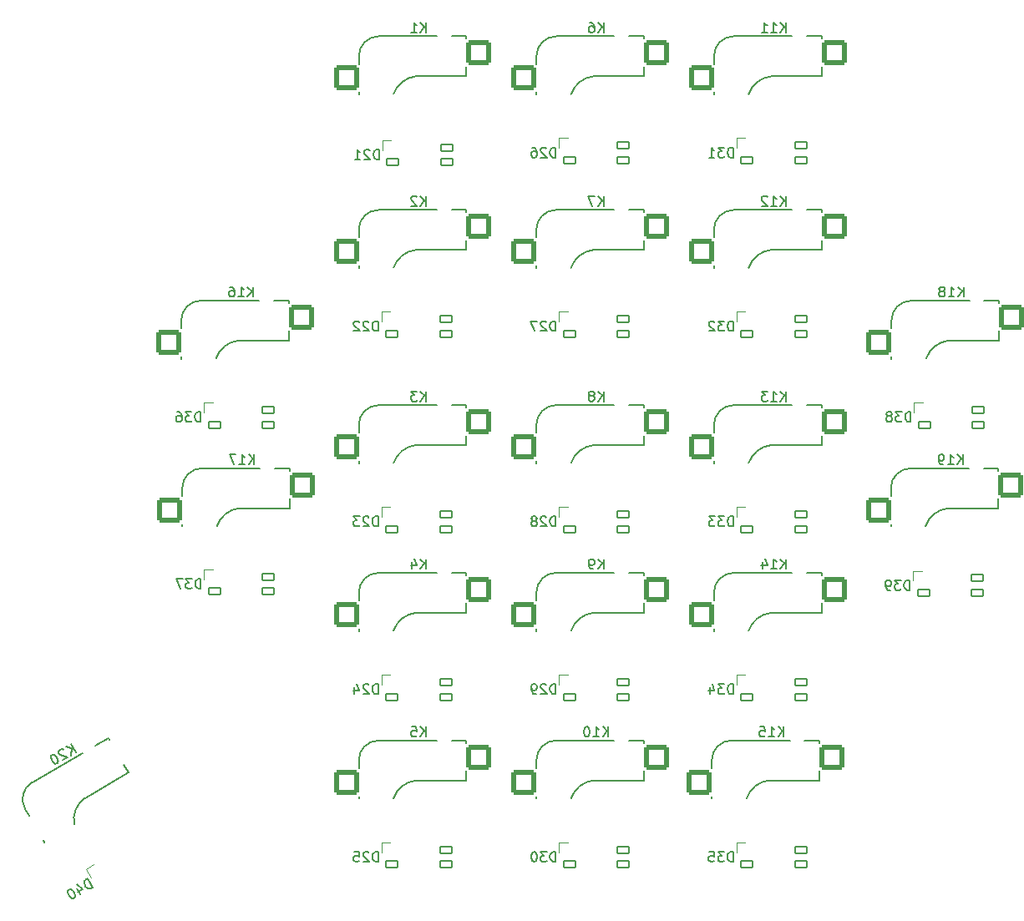
<source format=gbo>
%TF.GenerationSoftware,KiCad,Pcbnew,(6.0.5)*%
%TF.CreationDate,2022-06-01T16:59:18+01:00*%
%TF.ProjectId,Project Fauxbow,50726f6a-6563-4742-9046-617578626f77,rev?*%
%TF.SameCoordinates,Original*%
%TF.FileFunction,Legend,Bot*%
%TF.FilePolarity,Positive*%
%FSLAX46Y46*%
G04 Gerber Fmt 4.6, Leading zero omitted, Abs format (unit mm)*
G04 Created by KiCad (PCBNEW (6.0.5)) date 2022-06-01 16:59:18*
%MOMM*%
%LPD*%
G01*
G04 APERTURE LIST*
G04 Aperture macros list*
%AMRoundRect*
0 Rectangle with rounded corners*
0 $1 Rounding radius*
0 $2 $3 $4 $5 $6 $7 $8 $9 X,Y pos of 4 corners*
0 Add a 4 corners polygon primitive as box body*
4,1,4,$2,$3,$4,$5,$6,$7,$8,$9,$2,$3,0*
0 Add four circle primitives for the rounded corners*
1,1,$1+$1,$2,$3*
1,1,$1+$1,$4,$5*
1,1,$1+$1,$6,$7*
1,1,$1+$1,$8,$9*
0 Add four rect primitives between the rounded corners*
20,1,$1+$1,$2,$3,$4,$5,0*
20,1,$1+$1,$4,$5,$6,$7,0*
20,1,$1+$1,$6,$7,$8,$9,0*
20,1,$1+$1,$8,$9,$2,$3,0*%
%AMFreePoly0*
4,1,18,-0.410000,0.593000,-0.403758,0.624380,-0.385983,0.650983,-0.359380,0.668758,-0.328000,0.675000,0.328000,0.675000,0.359380,0.668758,0.385983,0.650983,0.403758,0.624380,0.410000,0.593000,0.410000,-0.593000,0.403758,-0.624380,0.385983,-0.650983,0.359380,-0.668758,0.328000,-0.675000,0.000000,-0.675000,-0.410000,-0.265000,-0.410000,0.593000,-0.410000,0.593000,$1*%
G04 Aperture macros list end*
%ADD10C,0.150000*%
%ADD11C,0.120000*%
%ADD12C,4.500000*%
%ADD13C,0.600000*%
%ADD14O,0.900000X1.700000*%
%ADD15O,0.900000X2.000000*%
%ADD16C,3.048000*%
%ADD17C,3.987800*%
%ADD18R,1.600000X1.600000*%
%ADD19C,1.600000*%
%ADD20C,3.000000*%
%ADD21C,2.100000*%
%ADD22C,1.200000*%
%ADD23C,1.750000*%
%ADD24RoundRect,0.082000X-0.593000X0.328000X-0.593000X-0.328000X0.593000X-0.328000X0.593000X0.328000X0*%
%ADD25FreePoly0,270.000000*%
%ADD26C,3.300000*%
%ADD27RoundRect,0.250000X1.025000X1.000000X-1.025000X1.000000X-1.025000X-1.000000X1.025000X-1.000000X0*%
%ADD28RoundRect,0.250000X0.387676X1.378525X-1.387676X0.353525X-0.387676X-1.378525X1.387676X-0.353525X0*%
%ADD29RoundRect,0.082000X-0.677553X-0.012444X-0.349553X-0.580556X0.677553X0.012444X0.349553X0.580556X0*%
%ADD30FreePoly0,300.000000*%
G04 APERTURE END LIST*
D10*
X187264404Y-76432380D02*
X187264404Y-75432380D01*
X187026309Y-75432380D01*
X186883452Y-75480000D01*
X186788214Y-75575238D01*
X186740595Y-75670476D01*
X186692976Y-75860952D01*
X186692976Y-76003809D01*
X186740595Y-76194285D01*
X186788214Y-76289523D01*
X186883452Y-76384761D01*
X187026309Y-76432380D01*
X187264404Y-76432380D01*
X186312023Y-75527619D02*
X186264404Y-75480000D01*
X186169166Y-75432380D01*
X185931071Y-75432380D01*
X185835833Y-75480000D01*
X185788214Y-75527619D01*
X185740595Y-75622857D01*
X185740595Y-75718095D01*
X185788214Y-75860952D01*
X186359642Y-76432380D01*
X185740595Y-76432380D01*
X184788214Y-76432380D02*
X185359642Y-76432380D01*
X185073928Y-76432380D02*
X185073928Y-75432380D01*
X185169166Y-75575238D01*
X185264404Y-75670476D01*
X185359642Y-75718095D01*
X169164404Y-103032380D02*
X169164404Y-102032380D01*
X168926309Y-102032380D01*
X168783452Y-102080000D01*
X168688214Y-102175238D01*
X168640595Y-102270476D01*
X168592976Y-102460952D01*
X168592976Y-102603809D01*
X168640595Y-102794285D01*
X168688214Y-102889523D01*
X168783452Y-102984761D01*
X168926309Y-103032380D01*
X169164404Y-103032380D01*
X168259642Y-102032380D02*
X167640595Y-102032380D01*
X167973928Y-102413333D01*
X167831071Y-102413333D01*
X167735833Y-102460952D01*
X167688214Y-102508571D01*
X167640595Y-102603809D01*
X167640595Y-102841904D01*
X167688214Y-102937142D01*
X167735833Y-102984761D01*
X167831071Y-103032380D01*
X168116785Y-103032380D01*
X168212023Y-102984761D01*
X168259642Y-102937142D01*
X166783452Y-102032380D02*
X166973928Y-102032380D01*
X167069166Y-102080000D01*
X167116785Y-102127619D01*
X167212023Y-102270476D01*
X167259642Y-102460952D01*
X167259642Y-102841904D01*
X167212023Y-102937142D01*
X167164404Y-102984761D01*
X167069166Y-103032380D01*
X166878690Y-103032380D01*
X166783452Y-102984761D01*
X166735833Y-102937142D01*
X166688214Y-102841904D01*
X166688214Y-102603809D01*
X166735833Y-102508571D01*
X166783452Y-102460952D01*
X166878690Y-102413333D01*
X167069166Y-102413333D01*
X167164404Y-102460952D01*
X167212023Y-102508571D01*
X167259642Y-102603809D01*
X192038095Y-100952380D02*
X192038095Y-99952380D01*
X191466666Y-100952380D02*
X191895238Y-100380952D01*
X191466666Y-99952380D02*
X192038095Y-100523809D01*
X191133333Y-99952380D02*
X190514285Y-99952380D01*
X190847619Y-100333333D01*
X190704761Y-100333333D01*
X190609523Y-100380952D01*
X190561904Y-100428571D01*
X190514285Y-100523809D01*
X190514285Y-100761904D01*
X190561904Y-100857142D01*
X190609523Y-100904761D01*
X190704761Y-100952380D01*
X190990476Y-100952380D01*
X191085714Y-100904761D01*
X191133333Y-100857142D01*
X192038095Y-81152380D02*
X192038095Y-80152380D01*
X191466666Y-81152380D02*
X191895238Y-80580952D01*
X191466666Y-80152380D02*
X192038095Y-80723809D01*
X191085714Y-80247619D02*
X191038095Y-80200000D01*
X190942857Y-80152380D01*
X190704761Y-80152380D01*
X190609523Y-80200000D01*
X190561904Y-80247619D01*
X190514285Y-80342857D01*
X190514285Y-80438095D01*
X190561904Y-80580952D01*
X191133333Y-81152380D01*
X190514285Y-81152380D01*
X228299285Y-134952380D02*
X228299285Y-133952380D01*
X227727857Y-134952380D02*
X228156428Y-134380952D01*
X227727857Y-133952380D02*
X228299285Y-134523809D01*
X226775476Y-134952380D02*
X227346904Y-134952380D01*
X227061190Y-134952380D02*
X227061190Y-133952380D01*
X227156428Y-134095238D01*
X227251666Y-134190476D01*
X227346904Y-134238095D01*
X225870714Y-133952380D02*
X226346904Y-133952380D01*
X226394523Y-134428571D01*
X226346904Y-134380952D01*
X226251666Y-134333333D01*
X226013571Y-134333333D01*
X225918333Y-134380952D01*
X225870714Y-134428571D01*
X225823095Y-134523809D01*
X225823095Y-134761904D01*
X225870714Y-134857142D01*
X225918333Y-134904761D01*
X226013571Y-134952380D01*
X226251666Y-134952380D01*
X226346904Y-134904761D01*
X226394523Y-134857142D01*
X246514285Y-90352380D02*
X246514285Y-89352380D01*
X245942857Y-90352380D02*
X246371428Y-89780952D01*
X245942857Y-89352380D02*
X246514285Y-89923809D01*
X244990476Y-90352380D02*
X245561904Y-90352380D01*
X245276190Y-90352380D02*
X245276190Y-89352380D01*
X245371428Y-89495238D01*
X245466666Y-89590476D01*
X245561904Y-89638095D01*
X244419047Y-89780952D02*
X244514285Y-89733333D01*
X244561904Y-89685714D01*
X244609523Y-89590476D01*
X244609523Y-89542857D01*
X244561904Y-89447619D01*
X244514285Y-89400000D01*
X244419047Y-89352380D01*
X244228571Y-89352380D01*
X244133333Y-89400000D01*
X244085714Y-89447619D01*
X244038095Y-89542857D01*
X244038095Y-89590476D01*
X244085714Y-89685714D01*
X244133333Y-89733333D01*
X244228571Y-89780952D01*
X244419047Y-89780952D01*
X244514285Y-89828571D01*
X244561904Y-89876190D01*
X244609523Y-89971428D01*
X244609523Y-90161904D01*
X244561904Y-90257142D01*
X244514285Y-90304761D01*
X244419047Y-90352380D01*
X244228571Y-90352380D01*
X244133333Y-90304761D01*
X244085714Y-90257142D01*
X244038095Y-90161904D01*
X244038095Y-89971428D01*
X244085714Y-89876190D01*
X244133333Y-89828571D01*
X244228571Y-89780952D01*
X205164404Y-76232380D02*
X205164404Y-75232380D01*
X204926309Y-75232380D01*
X204783452Y-75280000D01*
X204688214Y-75375238D01*
X204640595Y-75470476D01*
X204592976Y-75660952D01*
X204592976Y-75803809D01*
X204640595Y-75994285D01*
X204688214Y-76089523D01*
X204783452Y-76184761D01*
X204926309Y-76232380D01*
X205164404Y-76232380D01*
X204212023Y-75327619D02*
X204164404Y-75280000D01*
X204069166Y-75232380D01*
X203831071Y-75232380D01*
X203735833Y-75280000D01*
X203688214Y-75327619D01*
X203640595Y-75422857D01*
X203640595Y-75518095D01*
X203688214Y-75660952D01*
X204259642Y-76232380D01*
X203640595Y-76232380D01*
X202783452Y-75232380D02*
X202973928Y-75232380D01*
X203069166Y-75280000D01*
X203116785Y-75327619D01*
X203212023Y-75470476D01*
X203259642Y-75660952D01*
X203259642Y-76041904D01*
X203212023Y-76137142D01*
X203164404Y-76184761D01*
X203069166Y-76232380D01*
X202878690Y-76232380D01*
X202783452Y-76184761D01*
X202735833Y-76137142D01*
X202688214Y-76041904D01*
X202688214Y-75803809D01*
X202735833Y-75708571D01*
X202783452Y-75660952D01*
X202878690Y-75613333D01*
X203069166Y-75613333D01*
X203164404Y-75660952D01*
X203212023Y-75708571D01*
X203259642Y-75803809D01*
X156512840Y-136574277D02*
X156012840Y-135708252D01*
X156017969Y-136859991D02*
X156103408Y-136150834D01*
X155517969Y-135993966D02*
X156298555Y-136203123D01*
X155235673Y-136266921D02*
X155170624Y-136249491D01*
X155064336Y-136255871D01*
X154858140Y-136374918D01*
X154799471Y-136463777D01*
X154782041Y-136528825D01*
X154788421Y-136635114D01*
X154836040Y-136717592D01*
X154948708Y-136817501D01*
X155729293Y-137026658D01*
X155193182Y-137336182D01*
X154157072Y-136779680D02*
X154074593Y-136827299D01*
X154015924Y-136916158D01*
X153998494Y-136981206D01*
X154004874Y-137087495D01*
X154058873Y-137276261D01*
X154177920Y-137482458D01*
X154314398Y-137623606D01*
X154403256Y-137682275D01*
X154468305Y-137699704D01*
X154574593Y-137693325D01*
X154657072Y-137645706D01*
X154715741Y-137556847D01*
X154733170Y-137491798D01*
X154726791Y-137385510D01*
X154672792Y-137196744D01*
X154553744Y-136990547D01*
X154417267Y-136849399D01*
X154328408Y-136790730D01*
X154263360Y-136773300D01*
X154157072Y-136779680D01*
X192038095Y-134952380D02*
X192038095Y-133952380D01*
X191466666Y-134952380D02*
X191895238Y-134380952D01*
X191466666Y-133952380D02*
X192038095Y-134523809D01*
X190561904Y-133952380D02*
X191038095Y-133952380D01*
X191085714Y-134428571D01*
X191038095Y-134380952D01*
X190942857Y-134333333D01*
X190704761Y-134333333D01*
X190609523Y-134380952D01*
X190561904Y-134428571D01*
X190514285Y-134523809D01*
X190514285Y-134761904D01*
X190561904Y-134857142D01*
X190609523Y-134904761D01*
X190704761Y-134952380D01*
X190942857Y-134952380D01*
X191038095Y-134904761D01*
X191085714Y-134857142D01*
X223164404Y-76232380D02*
X223164404Y-75232380D01*
X222926309Y-75232380D01*
X222783452Y-75280000D01*
X222688214Y-75375238D01*
X222640595Y-75470476D01*
X222592976Y-75660952D01*
X222592976Y-75803809D01*
X222640595Y-75994285D01*
X222688214Y-76089523D01*
X222783452Y-76184761D01*
X222926309Y-76232380D01*
X223164404Y-76232380D01*
X222259642Y-75232380D02*
X221640595Y-75232380D01*
X221973928Y-75613333D01*
X221831071Y-75613333D01*
X221735833Y-75660952D01*
X221688214Y-75708571D01*
X221640595Y-75803809D01*
X221640595Y-76041904D01*
X221688214Y-76137142D01*
X221735833Y-76184761D01*
X221831071Y-76232380D01*
X222116785Y-76232380D01*
X222212023Y-76184761D01*
X222259642Y-76137142D01*
X220688214Y-76232380D02*
X221259642Y-76232380D01*
X220973928Y-76232380D02*
X220973928Y-75232380D01*
X221069166Y-75375238D01*
X221164404Y-75470476D01*
X221259642Y-75518095D01*
X210038095Y-100952380D02*
X210038095Y-99952380D01*
X209466666Y-100952380D02*
X209895238Y-100380952D01*
X209466666Y-99952380D02*
X210038095Y-100523809D01*
X208895238Y-100380952D02*
X208990476Y-100333333D01*
X209038095Y-100285714D01*
X209085714Y-100190476D01*
X209085714Y-100142857D01*
X209038095Y-100047619D01*
X208990476Y-100000000D01*
X208895238Y-99952380D01*
X208704761Y-99952380D01*
X208609523Y-100000000D01*
X208561904Y-100047619D01*
X208514285Y-100142857D01*
X208514285Y-100190476D01*
X208561904Y-100285714D01*
X208609523Y-100333333D01*
X208704761Y-100380952D01*
X208895238Y-100380952D01*
X208990476Y-100428571D01*
X209038095Y-100476190D01*
X209085714Y-100571428D01*
X209085714Y-100761904D01*
X209038095Y-100857142D01*
X208990476Y-100904761D01*
X208895238Y-100952380D01*
X208704761Y-100952380D01*
X208609523Y-100904761D01*
X208561904Y-100857142D01*
X208514285Y-100761904D01*
X208514285Y-100571428D01*
X208561904Y-100476190D01*
X208609523Y-100428571D01*
X208704761Y-100380952D01*
X210038095Y-117952380D02*
X210038095Y-116952380D01*
X209466666Y-117952380D02*
X209895238Y-117380952D01*
X209466666Y-116952380D02*
X210038095Y-117523809D01*
X208990476Y-117952380D02*
X208800000Y-117952380D01*
X208704761Y-117904761D01*
X208657142Y-117857142D01*
X208561904Y-117714285D01*
X208514285Y-117523809D01*
X208514285Y-117142857D01*
X208561904Y-117047619D01*
X208609523Y-117000000D01*
X208704761Y-116952380D01*
X208895238Y-116952380D01*
X208990476Y-117000000D01*
X209038095Y-117047619D01*
X209085714Y-117142857D01*
X209085714Y-117380952D01*
X209038095Y-117476190D01*
X208990476Y-117523809D01*
X208895238Y-117571428D01*
X208704761Y-117571428D01*
X208609523Y-117523809D01*
X208561904Y-117476190D01*
X208514285Y-117380952D01*
X223164404Y-93832380D02*
X223164404Y-92832380D01*
X222926309Y-92832380D01*
X222783452Y-92880000D01*
X222688214Y-92975238D01*
X222640595Y-93070476D01*
X222592976Y-93260952D01*
X222592976Y-93403809D01*
X222640595Y-93594285D01*
X222688214Y-93689523D01*
X222783452Y-93784761D01*
X222926309Y-93832380D01*
X223164404Y-93832380D01*
X222259642Y-92832380D02*
X221640595Y-92832380D01*
X221973928Y-93213333D01*
X221831071Y-93213333D01*
X221735833Y-93260952D01*
X221688214Y-93308571D01*
X221640595Y-93403809D01*
X221640595Y-93641904D01*
X221688214Y-93737142D01*
X221735833Y-93784761D01*
X221831071Y-93832380D01*
X222116785Y-93832380D01*
X222212023Y-93784761D01*
X222259642Y-93737142D01*
X221259642Y-92927619D02*
X221212023Y-92880000D01*
X221116785Y-92832380D01*
X220878690Y-92832380D01*
X220783452Y-92880000D01*
X220735833Y-92927619D01*
X220688214Y-93022857D01*
X220688214Y-93118095D01*
X220735833Y-93260952D01*
X221307261Y-93832380D01*
X220688214Y-93832380D01*
X174514285Y-90352380D02*
X174514285Y-89352380D01*
X173942857Y-90352380D02*
X174371428Y-89780952D01*
X173942857Y-89352380D02*
X174514285Y-89923809D01*
X172990476Y-90352380D02*
X173561904Y-90352380D01*
X173276190Y-90352380D02*
X173276190Y-89352380D01*
X173371428Y-89495238D01*
X173466666Y-89590476D01*
X173561904Y-89638095D01*
X172133333Y-89352380D02*
X172323809Y-89352380D01*
X172419047Y-89400000D01*
X172466666Y-89447619D01*
X172561904Y-89590476D01*
X172609523Y-89780952D01*
X172609523Y-90161904D01*
X172561904Y-90257142D01*
X172514285Y-90304761D01*
X172419047Y-90352380D01*
X172228571Y-90352380D01*
X172133333Y-90304761D01*
X172085714Y-90257142D01*
X172038095Y-90161904D01*
X172038095Y-89923809D01*
X172085714Y-89828571D01*
X172133333Y-89780952D01*
X172228571Y-89733333D01*
X172419047Y-89733333D01*
X172514285Y-89780952D01*
X172561904Y-89828571D01*
X172609523Y-89923809D01*
X174609285Y-107352380D02*
X174609285Y-106352380D01*
X174037857Y-107352380D02*
X174466428Y-106780952D01*
X174037857Y-106352380D02*
X174609285Y-106923809D01*
X173085476Y-107352380D02*
X173656904Y-107352380D01*
X173371190Y-107352380D02*
X173371190Y-106352380D01*
X173466428Y-106495238D01*
X173561666Y-106590476D01*
X173656904Y-106638095D01*
X172752142Y-106352380D02*
X172085476Y-106352380D01*
X172514047Y-107352380D01*
X205164404Y-147632380D02*
X205164404Y-146632380D01*
X204926309Y-146632380D01*
X204783452Y-146680000D01*
X204688214Y-146775238D01*
X204640595Y-146870476D01*
X204592976Y-147060952D01*
X204592976Y-147203809D01*
X204640595Y-147394285D01*
X204688214Y-147489523D01*
X204783452Y-147584761D01*
X204926309Y-147632380D01*
X205164404Y-147632380D01*
X204259642Y-146632380D02*
X203640595Y-146632380D01*
X203973928Y-147013333D01*
X203831071Y-147013333D01*
X203735833Y-147060952D01*
X203688214Y-147108571D01*
X203640595Y-147203809D01*
X203640595Y-147441904D01*
X203688214Y-147537142D01*
X203735833Y-147584761D01*
X203831071Y-147632380D01*
X204116785Y-147632380D01*
X204212023Y-147584761D01*
X204259642Y-147537142D01*
X203021547Y-146632380D02*
X202926309Y-146632380D01*
X202831071Y-146680000D01*
X202783452Y-146727619D01*
X202735833Y-146822857D01*
X202688214Y-147013333D01*
X202688214Y-147251428D01*
X202735833Y-147441904D01*
X202783452Y-147537142D01*
X202831071Y-147584761D01*
X202926309Y-147632380D01*
X203021547Y-147632380D01*
X203116785Y-147584761D01*
X203164404Y-147537142D01*
X203212023Y-147441904D01*
X203259642Y-147251428D01*
X203259642Y-147013333D01*
X203212023Y-146822857D01*
X203164404Y-146727619D01*
X203116785Y-146680000D01*
X203021547Y-146632380D01*
X228514285Y-81152380D02*
X228514285Y-80152380D01*
X227942857Y-81152380D02*
X228371428Y-80580952D01*
X227942857Y-80152380D02*
X228514285Y-80723809D01*
X226990476Y-81152380D02*
X227561904Y-81152380D01*
X227276190Y-81152380D02*
X227276190Y-80152380D01*
X227371428Y-80295238D01*
X227466666Y-80390476D01*
X227561904Y-80438095D01*
X226609523Y-80247619D02*
X226561904Y-80200000D01*
X226466666Y-80152380D01*
X226228571Y-80152380D01*
X226133333Y-80200000D01*
X226085714Y-80247619D01*
X226038095Y-80342857D01*
X226038095Y-80438095D01*
X226085714Y-80580952D01*
X226657142Y-81152380D01*
X226038095Y-81152380D01*
X192038095Y-63552380D02*
X192038095Y-62552380D01*
X191466666Y-63552380D02*
X191895238Y-62980952D01*
X191466666Y-62552380D02*
X192038095Y-63123809D01*
X190514285Y-63552380D02*
X191085714Y-63552380D01*
X190800000Y-63552380D02*
X190800000Y-62552380D01*
X190895238Y-62695238D01*
X190990476Y-62790476D01*
X191085714Y-62838095D01*
X223164404Y-113632380D02*
X223164404Y-112632380D01*
X222926309Y-112632380D01*
X222783452Y-112680000D01*
X222688214Y-112775238D01*
X222640595Y-112870476D01*
X222592976Y-113060952D01*
X222592976Y-113203809D01*
X222640595Y-113394285D01*
X222688214Y-113489523D01*
X222783452Y-113584761D01*
X222926309Y-113632380D01*
X223164404Y-113632380D01*
X222259642Y-112632380D02*
X221640595Y-112632380D01*
X221973928Y-113013333D01*
X221831071Y-113013333D01*
X221735833Y-113060952D01*
X221688214Y-113108571D01*
X221640595Y-113203809D01*
X221640595Y-113441904D01*
X221688214Y-113537142D01*
X221735833Y-113584761D01*
X221831071Y-113632380D01*
X222116785Y-113632380D01*
X222212023Y-113584761D01*
X222259642Y-113537142D01*
X221307261Y-112632380D02*
X220688214Y-112632380D01*
X221021547Y-113013333D01*
X220878690Y-113013333D01*
X220783452Y-113060952D01*
X220735833Y-113108571D01*
X220688214Y-113203809D01*
X220688214Y-113441904D01*
X220735833Y-113537142D01*
X220783452Y-113584761D01*
X220878690Y-113632380D01*
X221164404Y-113632380D01*
X221259642Y-113584761D01*
X221307261Y-113537142D01*
X169199404Y-119952380D02*
X169199404Y-118952380D01*
X168961309Y-118952380D01*
X168818452Y-119000000D01*
X168723214Y-119095238D01*
X168675595Y-119190476D01*
X168627976Y-119380952D01*
X168627976Y-119523809D01*
X168675595Y-119714285D01*
X168723214Y-119809523D01*
X168818452Y-119904761D01*
X168961309Y-119952380D01*
X169199404Y-119952380D01*
X168294642Y-118952380D02*
X167675595Y-118952380D01*
X168008928Y-119333333D01*
X167866071Y-119333333D01*
X167770833Y-119380952D01*
X167723214Y-119428571D01*
X167675595Y-119523809D01*
X167675595Y-119761904D01*
X167723214Y-119857142D01*
X167770833Y-119904761D01*
X167866071Y-119952380D01*
X168151785Y-119952380D01*
X168247023Y-119904761D01*
X168294642Y-119857142D01*
X167342261Y-118952380D02*
X166675595Y-118952380D01*
X167104166Y-119952380D01*
X192038095Y-117952380D02*
X192038095Y-116952380D01*
X191466666Y-117952380D02*
X191895238Y-117380952D01*
X191466666Y-116952380D02*
X192038095Y-117523809D01*
X190609523Y-117285714D02*
X190609523Y-117952380D01*
X190847619Y-116904761D02*
X191085714Y-117619047D01*
X190466666Y-117619047D01*
X187164404Y-147632380D02*
X187164404Y-146632380D01*
X186926309Y-146632380D01*
X186783452Y-146680000D01*
X186688214Y-146775238D01*
X186640595Y-146870476D01*
X186592976Y-147060952D01*
X186592976Y-147203809D01*
X186640595Y-147394285D01*
X186688214Y-147489523D01*
X186783452Y-147584761D01*
X186926309Y-147632380D01*
X187164404Y-147632380D01*
X186212023Y-146727619D02*
X186164404Y-146680000D01*
X186069166Y-146632380D01*
X185831071Y-146632380D01*
X185735833Y-146680000D01*
X185688214Y-146727619D01*
X185640595Y-146822857D01*
X185640595Y-146918095D01*
X185688214Y-147060952D01*
X186259642Y-147632380D01*
X185640595Y-147632380D01*
X184735833Y-146632380D02*
X185212023Y-146632380D01*
X185259642Y-147108571D01*
X185212023Y-147060952D01*
X185116785Y-147013333D01*
X184878690Y-147013333D01*
X184783452Y-147060952D01*
X184735833Y-147108571D01*
X184688214Y-147203809D01*
X184688214Y-147441904D01*
X184735833Y-147537142D01*
X184783452Y-147584761D01*
X184878690Y-147632380D01*
X185116785Y-147632380D01*
X185212023Y-147584761D01*
X185259642Y-147537142D01*
X187164404Y-93832380D02*
X187164404Y-92832380D01*
X186926309Y-92832380D01*
X186783452Y-92880000D01*
X186688214Y-92975238D01*
X186640595Y-93070476D01*
X186592976Y-93260952D01*
X186592976Y-93403809D01*
X186640595Y-93594285D01*
X186688214Y-93689523D01*
X186783452Y-93784761D01*
X186926309Y-93832380D01*
X187164404Y-93832380D01*
X186212023Y-92927619D02*
X186164404Y-92880000D01*
X186069166Y-92832380D01*
X185831071Y-92832380D01*
X185735833Y-92880000D01*
X185688214Y-92927619D01*
X185640595Y-93022857D01*
X185640595Y-93118095D01*
X185688214Y-93260952D01*
X186259642Y-93832380D01*
X185640595Y-93832380D01*
X185259642Y-92927619D02*
X185212023Y-92880000D01*
X185116785Y-92832380D01*
X184878690Y-92832380D01*
X184783452Y-92880000D01*
X184735833Y-92927619D01*
X184688214Y-93022857D01*
X184688214Y-93118095D01*
X184735833Y-93260952D01*
X185307261Y-93832380D01*
X184688214Y-93832380D01*
X241164404Y-103032380D02*
X241164404Y-102032380D01*
X240926309Y-102032380D01*
X240783452Y-102080000D01*
X240688214Y-102175238D01*
X240640595Y-102270476D01*
X240592976Y-102460952D01*
X240592976Y-102603809D01*
X240640595Y-102794285D01*
X240688214Y-102889523D01*
X240783452Y-102984761D01*
X240926309Y-103032380D01*
X241164404Y-103032380D01*
X240259642Y-102032380D02*
X239640595Y-102032380D01*
X239973928Y-102413333D01*
X239831071Y-102413333D01*
X239735833Y-102460952D01*
X239688214Y-102508571D01*
X239640595Y-102603809D01*
X239640595Y-102841904D01*
X239688214Y-102937142D01*
X239735833Y-102984761D01*
X239831071Y-103032380D01*
X240116785Y-103032380D01*
X240212023Y-102984761D01*
X240259642Y-102937142D01*
X239069166Y-102460952D02*
X239164404Y-102413333D01*
X239212023Y-102365714D01*
X239259642Y-102270476D01*
X239259642Y-102222857D01*
X239212023Y-102127619D01*
X239164404Y-102080000D01*
X239069166Y-102032380D01*
X238878690Y-102032380D01*
X238783452Y-102080000D01*
X238735833Y-102127619D01*
X238688214Y-102222857D01*
X238688214Y-102270476D01*
X238735833Y-102365714D01*
X238783452Y-102413333D01*
X238878690Y-102460952D01*
X239069166Y-102460952D01*
X239164404Y-102508571D01*
X239212023Y-102556190D01*
X239259642Y-102651428D01*
X239259642Y-102841904D01*
X239212023Y-102937142D01*
X239164404Y-102984761D01*
X239069166Y-103032380D01*
X238878690Y-103032380D01*
X238783452Y-102984761D01*
X238735833Y-102937142D01*
X238688214Y-102841904D01*
X238688214Y-102651428D01*
X238735833Y-102556190D01*
X238783452Y-102508571D01*
X238878690Y-102460952D01*
X210514285Y-134952380D02*
X210514285Y-133952380D01*
X209942857Y-134952380D02*
X210371428Y-134380952D01*
X209942857Y-133952380D02*
X210514285Y-134523809D01*
X208990476Y-134952380D02*
X209561904Y-134952380D01*
X209276190Y-134952380D02*
X209276190Y-133952380D01*
X209371428Y-134095238D01*
X209466666Y-134190476D01*
X209561904Y-134238095D01*
X208371428Y-133952380D02*
X208276190Y-133952380D01*
X208180952Y-134000000D01*
X208133333Y-134047619D01*
X208085714Y-134142857D01*
X208038095Y-134333333D01*
X208038095Y-134571428D01*
X208085714Y-134761904D01*
X208133333Y-134857142D01*
X208180952Y-134904761D01*
X208276190Y-134952380D01*
X208371428Y-134952380D01*
X208466666Y-134904761D01*
X208514285Y-134857142D01*
X208561904Y-134761904D01*
X208609523Y-134571428D01*
X208609523Y-134333333D01*
X208561904Y-134142857D01*
X208514285Y-134047619D01*
X208466666Y-134000000D01*
X208371428Y-133952380D01*
X223164404Y-130632380D02*
X223164404Y-129632380D01*
X222926309Y-129632380D01*
X222783452Y-129680000D01*
X222688214Y-129775238D01*
X222640595Y-129870476D01*
X222592976Y-130060952D01*
X222592976Y-130203809D01*
X222640595Y-130394285D01*
X222688214Y-130489523D01*
X222783452Y-130584761D01*
X222926309Y-130632380D01*
X223164404Y-130632380D01*
X222259642Y-129632380D02*
X221640595Y-129632380D01*
X221973928Y-130013333D01*
X221831071Y-130013333D01*
X221735833Y-130060952D01*
X221688214Y-130108571D01*
X221640595Y-130203809D01*
X221640595Y-130441904D01*
X221688214Y-130537142D01*
X221735833Y-130584761D01*
X221831071Y-130632380D01*
X222116785Y-130632380D01*
X222212023Y-130584761D01*
X222259642Y-130537142D01*
X220783452Y-129965714D02*
X220783452Y-130632380D01*
X221021547Y-129584761D02*
X221259642Y-130299047D01*
X220640595Y-130299047D01*
X210038095Y-63552380D02*
X210038095Y-62552380D01*
X209466666Y-63552380D02*
X209895238Y-62980952D01*
X209466666Y-62552380D02*
X210038095Y-63123809D01*
X208609523Y-62552380D02*
X208800000Y-62552380D01*
X208895238Y-62600000D01*
X208942857Y-62647619D01*
X209038095Y-62790476D01*
X209085714Y-62980952D01*
X209085714Y-63361904D01*
X209038095Y-63457142D01*
X208990476Y-63504761D01*
X208895238Y-63552380D01*
X208704761Y-63552380D01*
X208609523Y-63504761D01*
X208561904Y-63457142D01*
X208514285Y-63361904D01*
X208514285Y-63123809D01*
X208561904Y-63028571D01*
X208609523Y-62980952D01*
X208704761Y-62933333D01*
X208895238Y-62933333D01*
X208990476Y-62980952D01*
X209038095Y-63028571D01*
X209085714Y-63123809D01*
X210038095Y-81152380D02*
X210038095Y-80152380D01*
X209466666Y-81152380D02*
X209895238Y-80580952D01*
X209466666Y-80152380D02*
X210038095Y-80723809D01*
X209133333Y-80152380D02*
X208466666Y-80152380D01*
X208895238Y-81152380D01*
X228514285Y-117952380D02*
X228514285Y-116952380D01*
X227942857Y-117952380D02*
X228371428Y-117380952D01*
X227942857Y-116952380D02*
X228514285Y-117523809D01*
X226990476Y-117952380D02*
X227561904Y-117952380D01*
X227276190Y-117952380D02*
X227276190Y-116952380D01*
X227371428Y-117095238D01*
X227466666Y-117190476D01*
X227561904Y-117238095D01*
X226133333Y-117285714D02*
X226133333Y-117952380D01*
X226371428Y-116904761D02*
X226609523Y-117619047D01*
X225990476Y-117619047D01*
X228514285Y-63552380D02*
X228514285Y-62552380D01*
X227942857Y-63552380D02*
X228371428Y-62980952D01*
X227942857Y-62552380D02*
X228514285Y-63123809D01*
X226990476Y-63552380D02*
X227561904Y-63552380D01*
X227276190Y-63552380D02*
X227276190Y-62552380D01*
X227371428Y-62695238D01*
X227466666Y-62790476D01*
X227561904Y-62838095D01*
X226038095Y-63552380D02*
X226609523Y-63552380D01*
X226323809Y-63552380D02*
X226323809Y-62552380D01*
X226419047Y-62695238D01*
X226514285Y-62790476D01*
X226609523Y-62838095D01*
X205164404Y-113632380D02*
X205164404Y-112632380D01*
X204926309Y-112632380D01*
X204783452Y-112680000D01*
X204688214Y-112775238D01*
X204640595Y-112870476D01*
X204592976Y-113060952D01*
X204592976Y-113203809D01*
X204640595Y-113394285D01*
X204688214Y-113489523D01*
X204783452Y-113584761D01*
X204926309Y-113632380D01*
X205164404Y-113632380D01*
X204212023Y-112727619D02*
X204164404Y-112680000D01*
X204069166Y-112632380D01*
X203831071Y-112632380D01*
X203735833Y-112680000D01*
X203688214Y-112727619D01*
X203640595Y-112822857D01*
X203640595Y-112918095D01*
X203688214Y-113060952D01*
X204259642Y-113632380D01*
X203640595Y-113632380D01*
X203069166Y-113060952D02*
X203164404Y-113013333D01*
X203212023Y-112965714D01*
X203259642Y-112870476D01*
X203259642Y-112822857D01*
X203212023Y-112727619D01*
X203164404Y-112680000D01*
X203069166Y-112632380D01*
X202878690Y-112632380D01*
X202783452Y-112680000D01*
X202735833Y-112727619D01*
X202688214Y-112822857D01*
X202688214Y-112870476D01*
X202735833Y-112965714D01*
X202783452Y-113013333D01*
X202878690Y-113060952D01*
X203069166Y-113060952D01*
X203164404Y-113108571D01*
X203212023Y-113156190D01*
X203259642Y-113251428D01*
X203259642Y-113441904D01*
X203212023Y-113537142D01*
X203164404Y-113584761D01*
X203069166Y-113632380D01*
X202878690Y-113632380D01*
X202783452Y-113584761D01*
X202735833Y-113537142D01*
X202688214Y-113441904D01*
X202688214Y-113251428D01*
X202735833Y-113156190D01*
X202783452Y-113108571D01*
X202878690Y-113060952D01*
X187164404Y-130632380D02*
X187164404Y-129632380D01*
X186926309Y-129632380D01*
X186783452Y-129680000D01*
X186688214Y-129775238D01*
X186640595Y-129870476D01*
X186592976Y-130060952D01*
X186592976Y-130203809D01*
X186640595Y-130394285D01*
X186688214Y-130489523D01*
X186783452Y-130584761D01*
X186926309Y-130632380D01*
X187164404Y-130632380D01*
X186212023Y-129727619D02*
X186164404Y-129680000D01*
X186069166Y-129632380D01*
X185831071Y-129632380D01*
X185735833Y-129680000D01*
X185688214Y-129727619D01*
X185640595Y-129822857D01*
X185640595Y-129918095D01*
X185688214Y-130060952D01*
X186259642Y-130632380D01*
X185640595Y-130632380D01*
X184783452Y-129965714D02*
X184783452Y-130632380D01*
X185021547Y-129584761D02*
X185259642Y-130299047D01*
X184640595Y-130299047D01*
X158219707Y-150230420D02*
X157719707Y-149364394D01*
X157513510Y-149483442D01*
X157413602Y-149596110D01*
X157378742Y-149726207D01*
X157385122Y-149832495D01*
X157439121Y-150021262D01*
X157510550Y-150144980D01*
X157647027Y-150286128D01*
X157735885Y-150344797D01*
X157865983Y-150379656D01*
X158013510Y-150349467D01*
X158219707Y-150230420D01*
X156649194Y-150367355D02*
X156982528Y-150944705D01*
X156664915Y-149918393D02*
X157228254Y-150417935D01*
X156692143Y-150727459D01*
X155863938Y-150435823D02*
X155781460Y-150483442D01*
X155722791Y-150572300D01*
X155705361Y-150637349D01*
X155711741Y-150743637D01*
X155765739Y-150932404D01*
X155884787Y-151138600D01*
X156021264Y-151279748D01*
X156110123Y-151338417D01*
X156175172Y-151355847D01*
X156281460Y-151349467D01*
X156363938Y-151301848D01*
X156422607Y-151212990D01*
X156440037Y-151147941D01*
X156433657Y-151041653D01*
X156379659Y-150852886D01*
X156260611Y-150646690D01*
X156124134Y-150505542D01*
X156035275Y-150446873D01*
X155970226Y-150429443D01*
X155863938Y-150435823D01*
X205164404Y-93832380D02*
X205164404Y-92832380D01*
X204926309Y-92832380D01*
X204783452Y-92880000D01*
X204688214Y-92975238D01*
X204640595Y-93070476D01*
X204592976Y-93260952D01*
X204592976Y-93403809D01*
X204640595Y-93594285D01*
X204688214Y-93689523D01*
X204783452Y-93784761D01*
X204926309Y-93832380D01*
X205164404Y-93832380D01*
X204212023Y-92927619D02*
X204164404Y-92880000D01*
X204069166Y-92832380D01*
X203831071Y-92832380D01*
X203735833Y-92880000D01*
X203688214Y-92927619D01*
X203640595Y-93022857D01*
X203640595Y-93118095D01*
X203688214Y-93260952D01*
X204259642Y-93832380D01*
X203640595Y-93832380D01*
X203307261Y-92832380D02*
X202640595Y-92832380D01*
X203069166Y-93832380D01*
X241064404Y-120092380D02*
X241064404Y-119092380D01*
X240826309Y-119092380D01*
X240683452Y-119140000D01*
X240588214Y-119235238D01*
X240540595Y-119330476D01*
X240492976Y-119520952D01*
X240492976Y-119663809D01*
X240540595Y-119854285D01*
X240588214Y-119949523D01*
X240683452Y-120044761D01*
X240826309Y-120092380D01*
X241064404Y-120092380D01*
X240159642Y-119092380D02*
X239540595Y-119092380D01*
X239873928Y-119473333D01*
X239731071Y-119473333D01*
X239635833Y-119520952D01*
X239588214Y-119568571D01*
X239540595Y-119663809D01*
X239540595Y-119901904D01*
X239588214Y-119997142D01*
X239635833Y-120044761D01*
X239731071Y-120092380D01*
X240016785Y-120092380D01*
X240112023Y-120044761D01*
X240159642Y-119997142D01*
X239064404Y-120092380D02*
X238873928Y-120092380D01*
X238778690Y-120044761D01*
X238731071Y-119997142D01*
X238635833Y-119854285D01*
X238588214Y-119663809D01*
X238588214Y-119282857D01*
X238635833Y-119187619D01*
X238683452Y-119140000D01*
X238778690Y-119092380D01*
X238969166Y-119092380D01*
X239064404Y-119140000D01*
X239112023Y-119187619D01*
X239159642Y-119282857D01*
X239159642Y-119520952D01*
X239112023Y-119616190D01*
X239064404Y-119663809D01*
X238969166Y-119711428D01*
X238778690Y-119711428D01*
X238683452Y-119663809D01*
X238635833Y-119616190D01*
X238588214Y-119520952D01*
X246449285Y-107352380D02*
X246449285Y-106352380D01*
X245877857Y-107352380D02*
X246306428Y-106780952D01*
X245877857Y-106352380D02*
X246449285Y-106923809D01*
X244925476Y-107352380D02*
X245496904Y-107352380D01*
X245211190Y-107352380D02*
X245211190Y-106352380D01*
X245306428Y-106495238D01*
X245401666Y-106590476D01*
X245496904Y-106638095D01*
X244449285Y-107352380D02*
X244258809Y-107352380D01*
X244163571Y-107304761D01*
X244115952Y-107257142D01*
X244020714Y-107114285D01*
X243973095Y-106923809D01*
X243973095Y-106542857D01*
X244020714Y-106447619D01*
X244068333Y-106400000D01*
X244163571Y-106352380D01*
X244354047Y-106352380D01*
X244449285Y-106400000D01*
X244496904Y-106447619D01*
X244544523Y-106542857D01*
X244544523Y-106780952D01*
X244496904Y-106876190D01*
X244449285Y-106923809D01*
X244354047Y-106971428D01*
X244163571Y-106971428D01*
X244068333Y-106923809D01*
X244020714Y-106876190D01*
X243973095Y-106780952D01*
X187164404Y-113632380D02*
X187164404Y-112632380D01*
X186926309Y-112632380D01*
X186783452Y-112680000D01*
X186688214Y-112775238D01*
X186640595Y-112870476D01*
X186592976Y-113060952D01*
X186592976Y-113203809D01*
X186640595Y-113394285D01*
X186688214Y-113489523D01*
X186783452Y-113584761D01*
X186926309Y-113632380D01*
X187164404Y-113632380D01*
X186212023Y-112727619D02*
X186164404Y-112680000D01*
X186069166Y-112632380D01*
X185831071Y-112632380D01*
X185735833Y-112680000D01*
X185688214Y-112727619D01*
X185640595Y-112822857D01*
X185640595Y-112918095D01*
X185688214Y-113060952D01*
X186259642Y-113632380D01*
X185640595Y-113632380D01*
X185307261Y-112632380D02*
X184688214Y-112632380D01*
X185021547Y-113013333D01*
X184878690Y-113013333D01*
X184783452Y-113060952D01*
X184735833Y-113108571D01*
X184688214Y-113203809D01*
X184688214Y-113441904D01*
X184735833Y-113537142D01*
X184783452Y-113584761D01*
X184878690Y-113632380D01*
X185164404Y-113632380D01*
X185259642Y-113584761D01*
X185307261Y-113537142D01*
X228514285Y-100952380D02*
X228514285Y-99952380D01*
X227942857Y-100952380D02*
X228371428Y-100380952D01*
X227942857Y-99952380D02*
X228514285Y-100523809D01*
X226990476Y-100952380D02*
X227561904Y-100952380D01*
X227276190Y-100952380D02*
X227276190Y-99952380D01*
X227371428Y-100095238D01*
X227466666Y-100190476D01*
X227561904Y-100238095D01*
X226657142Y-99952380D02*
X226038095Y-99952380D01*
X226371428Y-100333333D01*
X226228571Y-100333333D01*
X226133333Y-100380952D01*
X226085714Y-100428571D01*
X226038095Y-100523809D01*
X226038095Y-100761904D01*
X226085714Y-100857142D01*
X226133333Y-100904761D01*
X226228571Y-100952380D01*
X226514285Y-100952380D01*
X226609523Y-100904761D01*
X226657142Y-100857142D01*
X205164404Y-130632380D02*
X205164404Y-129632380D01*
X204926309Y-129632380D01*
X204783452Y-129680000D01*
X204688214Y-129775238D01*
X204640595Y-129870476D01*
X204592976Y-130060952D01*
X204592976Y-130203809D01*
X204640595Y-130394285D01*
X204688214Y-130489523D01*
X204783452Y-130584761D01*
X204926309Y-130632380D01*
X205164404Y-130632380D01*
X204212023Y-129727619D02*
X204164404Y-129680000D01*
X204069166Y-129632380D01*
X203831071Y-129632380D01*
X203735833Y-129680000D01*
X203688214Y-129727619D01*
X203640595Y-129822857D01*
X203640595Y-129918095D01*
X203688214Y-130060952D01*
X204259642Y-130632380D01*
X203640595Y-130632380D01*
X203164404Y-130632380D02*
X202973928Y-130632380D01*
X202878690Y-130584761D01*
X202831071Y-130537142D01*
X202735833Y-130394285D01*
X202688214Y-130203809D01*
X202688214Y-129822857D01*
X202735833Y-129727619D01*
X202783452Y-129680000D01*
X202878690Y-129632380D01*
X203069166Y-129632380D01*
X203164404Y-129680000D01*
X203212023Y-129727619D01*
X203259642Y-129822857D01*
X203259642Y-130060952D01*
X203212023Y-130156190D01*
X203164404Y-130203809D01*
X203069166Y-130251428D01*
X202878690Y-130251428D01*
X202783452Y-130203809D01*
X202735833Y-130156190D01*
X202688214Y-130060952D01*
X223149404Y-147632380D02*
X223149404Y-146632380D01*
X222911309Y-146632380D01*
X222768452Y-146680000D01*
X222673214Y-146775238D01*
X222625595Y-146870476D01*
X222577976Y-147060952D01*
X222577976Y-147203809D01*
X222625595Y-147394285D01*
X222673214Y-147489523D01*
X222768452Y-147584761D01*
X222911309Y-147632380D01*
X223149404Y-147632380D01*
X222244642Y-146632380D02*
X221625595Y-146632380D01*
X221958928Y-147013333D01*
X221816071Y-147013333D01*
X221720833Y-147060952D01*
X221673214Y-147108571D01*
X221625595Y-147203809D01*
X221625595Y-147441904D01*
X221673214Y-147537142D01*
X221720833Y-147584761D01*
X221816071Y-147632380D01*
X222101785Y-147632380D01*
X222197023Y-147584761D01*
X222244642Y-147537142D01*
X220720833Y-146632380D02*
X221197023Y-146632380D01*
X221244642Y-147108571D01*
X221197023Y-147060952D01*
X221101785Y-147013333D01*
X220863690Y-147013333D01*
X220768452Y-147060952D01*
X220720833Y-147108571D01*
X220673214Y-147203809D01*
X220673214Y-147441904D01*
X220720833Y-147537142D01*
X220768452Y-147584761D01*
X220863690Y-147632380D01*
X221101785Y-147632380D01*
X221197023Y-147584761D01*
X221244642Y-147537142D01*
D11*
X187600000Y-74480000D02*
X188500000Y-74480000D01*
X187600000Y-75480000D02*
X187600000Y-74480000D01*
X169500000Y-101080000D02*
X170400000Y-101080000D01*
X169500000Y-102080000D02*
X169500000Y-101080000D01*
D10*
X194614824Y-101349780D02*
X196114824Y-101349780D01*
X196114824Y-101349780D02*
X196114824Y-101579780D01*
X185214824Y-106999780D02*
X185214824Y-107239780D01*
X196114824Y-104429780D02*
X196114824Y-105399780D01*
X185214824Y-104149780D02*
X185214824Y-103349780D01*
X187214824Y-101349780D02*
X193114824Y-101349780D01*
X196114824Y-105399780D02*
X191014824Y-105399780D01*
X187214824Y-101349780D02*
G75*
G03*
X185214824Y-103349780I5J-2000005D01*
G01*
X191014824Y-105399780D02*
G75*
G03*
X188729184Y-107226262I285176J-2700220D01*
G01*
X196114824Y-84629780D02*
X196114824Y-85599780D01*
X187214824Y-81549780D02*
X193114824Y-81549780D01*
X194614824Y-81549780D02*
X196114824Y-81549780D01*
X196114824Y-81549780D02*
X196114824Y-81779780D01*
X196114824Y-85599780D02*
X191014824Y-85599780D01*
X185214824Y-84349780D02*
X185214824Y-83549780D01*
X185214824Y-87199780D02*
X185214824Y-87439780D01*
X187214824Y-81549780D02*
G75*
G03*
X185214824Y-83549780I5J-2000005D01*
G01*
X191014824Y-85599780D02*
G75*
G03*
X188729184Y-87426262I285176J-2700220D01*
G01*
X231899824Y-138429780D02*
X231899824Y-139399780D01*
X230399824Y-135349780D02*
X231899824Y-135349780D01*
X231899824Y-139399780D02*
X226799824Y-139399780D01*
X231899824Y-135349780D02*
X231899824Y-135579780D01*
X220999824Y-140999780D02*
X220999824Y-141239780D01*
X222999824Y-135349780D02*
X228899824Y-135349780D01*
X220999824Y-138149780D02*
X220999824Y-137349780D01*
X222999824Y-135349780D02*
G75*
G03*
X220999824Y-137349780I5J-2000005D01*
G01*
X226799824Y-139399780D02*
G75*
G03*
X224514184Y-141226262I285176J-2700220D01*
G01*
X248614824Y-90749780D02*
X250114824Y-90749780D01*
X250114824Y-90749780D02*
X250114824Y-90979780D01*
X241214824Y-90749780D02*
X247114824Y-90749780D01*
X239214824Y-93549780D02*
X239214824Y-92749780D01*
X250114824Y-93829780D02*
X250114824Y-94799780D01*
X250114824Y-94799780D02*
X245014824Y-94799780D01*
X239214824Y-96399780D02*
X239214824Y-96639780D01*
X241214824Y-90749780D02*
G75*
G03*
X239214824Y-92749780I5J-2000005D01*
G01*
X245014824Y-94799780D02*
G75*
G03*
X242729184Y-96626262I285176J-2700220D01*
G01*
D11*
X205500000Y-75280000D02*
X205500000Y-74280000D01*
X205500000Y-74280000D02*
X206400000Y-74280000D01*
D10*
X161369698Y-137785524D02*
X161854698Y-138625569D01*
X158530660Y-135868166D02*
X159829698Y-135118166D01*
X151790021Y-142993037D02*
X151390021Y-142300217D01*
X159829698Y-135118166D02*
X159944698Y-135317352D01*
X152122072Y-139568166D02*
X157231622Y-136618166D01*
X153215021Y-145461210D02*
X153335021Y-145669056D01*
X161854698Y-138625569D02*
X157437968Y-141175569D01*
X152122072Y-139568166D02*
G75*
G03*
X151390021Y-142300217I1000005J-1732052D01*
G01*
X157437968Y-141175569D02*
G75*
G03*
X156371787Y-143900169I1597080J-2195871D01*
G01*
X185214824Y-140999780D02*
X185214824Y-141239780D01*
X194614824Y-135349780D02*
X196114824Y-135349780D01*
X185214824Y-138149780D02*
X185214824Y-137349780D01*
X187214824Y-135349780D02*
X193114824Y-135349780D01*
X196114824Y-138429780D02*
X196114824Y-139399780D01*
X196114824Y-135349780D02*
X196114824Y-135579780D01*
X196114824Y-139399780D02*
X191014824Y-139399780D01*
X191014824Y-139399780D02*
G75*
G03*
X188729184Y-141226262I285176J-2700220D01*
G01*
X187214824Y-135349780D02*
G75*
G03*
X185214824Y-137349780I5J-2000005D01*
G01*
D11*
X223500000Y-75280000D02*
X223500000Y-74280000D01*
X223500000Y-74280000D02*
X224400000Y-74280000D01*
D10*
X203214824Y-106999780D02*
X203214824Y-107239780D01*
X205214824Y-101349780D02*
X211114824Y-101349780D01*
X214114824Y-105399780D02*
X209014824Y-105399780D01*
X203214824Y-104149780D02*
X203214824Y-103349780D01*
X214114824Y-101349780D02*
X214114824Y-101579780D01*
X214114824Y-104429780D02*
X214114824Y-105399780D01*
X212614824Y-101349780D02*
X214114824Y-101349780D01*
X205214824Y-101349780D02*
G75*
G03*
X203214824Y-103349780I5J-2000005D01*
G01*
X209014824Y-105399780D02*
G75*
G03*
X206729184Y-107226262I285176J-2700220D01*
G01*
X214114824Y-118349780D02*
X214114824Y-118579780D01*
X203214824Y-121149780D02*
X203214824Y-120349780D01*
X205214824Y-118349780D02*
X211114824Y-118349780D01*
X214114824Y-121429780D02*
X214114824Y-122399780D01*
X212614824Y-118349780D02*
X214114824Y-118349780D01*
X214114824Y-122399780D02*
X209014824Y-122399780D01*
X203214824Y-123999780D02*
X203214824Y-124239780D01*
X209014824Y-122399780D02*
G75*
G03*
X206729184Y-124226262I285176J-2700220D01*
G01*
X205214824Y-118349780D02*
G75*
G03*
X203214824Y-120349780I5J-2000005D01*
G01*
D11*
X223500000Y-91880000D02*
X224400000Y-91880000D01*
X223500000Y-92880000D02*
X223500000Y-91880000D01*
D10*
X178114824Y-94799780D02*
X173014824Y-94799780D01*
X167214824Y-96399780D02*
X167214824Y-96639780D01*
X178114824Y-90749780D02*
X178114824Y-90979780D01*
X167214824Y-93549780D02*
X167214824Y-92749780D01*
X169214824Y-90749780D02*
X175114824Y-90749780D01*
X176614824Y-90749780D02*
X178114824Y-90749780D01*
X178114824Y-93829780D02*
X178114824Y-94799780D01*
X169214824Y-90749780D02*
G75*
G03*
X167214824Y-92749780I5J-2000005D01*
G01*
X173014824Y-94799780D02*
G75*
G03*
X170729184Y-96626262I285176J-2700220D01*
G01*
X167309824Y-110549780D02*
X167309824Y-109749780D01*
X169309824Y-107749780D02*
X175209824Y-107749780D01*
X178209824Y-107749780D02*
X178209824Y-107979780D01*
X178209824Y-111799780D02*
X173109824Y-111799780D01*
X178209824Y-110829780D02*
X178209824Y-111799780D01*
X176709824Y-107749780D02*
X178209824Y-107749780D01*
X167309824Y-113399780D02*
X167309824Y-113639780D01*
X173109824Y-111799780D02*
G75*
G03*
X170824184Y-113626262I285176J-2700220D01*
G01*
X169309824Y-107749780D02*
G75*
G03*
X167309824Y-109749780I5J-2000005D01*
G01*
D11*
X205500000Y-146680000D02*
X205500000Y-145680000D01*
X205500000Y-145680000D02*
X206400000Y-145680000D01*
D10*
X232114824Y-84629780D02*
X232114824Y-85599780D01*
X221214824Y-87199780D02*
X221214824Y-87439780D01*
X232114824Y-85599780D02*
X227014824Y-85599780D01*
X221214824Y-84349780D02*
X221214824Y-83549780D01*
X230614824Y-81549780D02*
X232114824Y-81549780D01*
X232114824Y-81549780D02*
X232114824Y-81779780D01*
X223214824Y-81549780D02*
X229114824Y-81549780D01*
X227014824Y-85599780D02*
G75*
G03*
X224729184Y-87426262I285176J-2700220D01*
G01*
X223214824Y-81549780D02*
G75*
G03*
X221214824Y-83549780I5J-2000005D01*
G01*
X196114824Y-67999780D02*
X191014824Y-67999780D01*
X187214824Y-63949780D02*
X193114824Y-63949780D01*
X185214824Y-69599780D02*
X185214824Y-69839780D01*
X196114824Y-63949780D02*
X196114824Y-64179780D01*
X185214824Y-66749780D02*
X185214824Y-65949780D01*
X194614824Y-63949780D02*
X196114824Y-63949780D01*
X196114824Y-67029780D02*
X196114824Y-67999780D01*
X191014824Y-67999780D02*
G75*
G03*
X188729184Y-69826262I285176J-2700220D01*
G01*
X187214824Y-63949780D02*
G75*
G03*
X185214824Y-65949780I-15J-1999985D01*
G01*
D11*
X223500000Y-112680000D02*
X223500000Y-111680000D01*
X223500000Y-111680000D02*
X224400000Y-111680000D01*
X169535000Y-118000000D02*
X170435000Y-118000000D01*
X169535000Y-119000000D02*
X169535000Y-118000000D01*
D10*
X185214824Y-121149780D02*
X185214824Y-120349780D01*
X196114824Y-122399780D02*
X191014824Y-122399780D01*
X196114824Y-121429780D02*
X196114824Y-122399780D01*
X194614824Y-118349780D02*
X196114824Y-118349780D01*
X185214824Y-123999780D02*
X185214824Y-124239780D01*
X187214824Y-118349780D02*
X193114824Y-118349780D01*
X196114824Y-118349780D02*
X196114824Y-118579780D01*
X187214824Y-118349780D02*
G75*
G03*
X185214824Y-120349780I5J-2000005D01*
G01*
X191014824Y-122399780D02*
G75*
G03*
X188729184Y-124226262I285176J-2700220D01*
G01*
D11*
X187500000Y-146680000D02*
X187500000Y-145680000D01*
X187500000Y-145680000D02*
X188400000Y-145680000D01*
X187500000Y-91880000D02*
X188400000Y-91880000D01*
X187500000Y-92880000D02*
X187500000Y-91880000D01*
X241500000Y-101080000D02*
X242400000Y-101080000D01*
X241500000Y-102080000D02*
X241500000Y-101080000D01*
D10*
X214114824Y-139399780D02*
X209014824Y-139399780D01*
X203214824Y-140999780D02*
X203214824Y-141239780D01*
X212614824Y-135349780D02*
X214114824Y-135349780D01*
X214114824Y-135349780D02*
X214114824Y-135579780D01*
X205214824Y-135349780D02*
X211114824Y-135349780D01*
X203214824Y-138149780D02*
X203214824Y-137349780D01*
X214114824Y-138429780D02*
X214114824Y-139399780D01*
X205214824Y-135349780D02*
G75*
G03*
X203214824Y-137349780I5J-2000005D01*
G01*
X209014824Y-139399780D02*
G75*
G03*
X206729184Y-141226262I285176J-2700220D01*
G01*
D11*
X223500000Y-128680000D02*
X224400000Y-128680000D01*
X223500000Y-129680000D02*
X223500000Y-128680000D01*
D10*
X214114824Y-67999780D02*
X209014824Y-67999780D01*
X205214824Y-63949780D02*
X211114824Y-63949780D01*
X212614824Y-63949780D02*
X214114824Y-63949780D01*
X214114824Y-67029780D02*
X214114824Y-67999780D01*
X203214824Y-69599780D02*
X203214824Y-69839780D01*
X214114824Y-63949780D02*
X214114824Y-64179780D01*
X203214824Y-66749780D02*
X203214824Y-65949780D01*
X205214824Y-63949780D02*
G75*
G03*
X203214824Y-65949780I5J-2000005D01*
G01*
X209014824Y-67999780D02*
G75*
G03*
X206729184Y-69826262I285176J-2700220D01*
G01*
X203214824Y-87199780D02*
X203214824Y-87439780D01*
X214114824Y-81549780D02*
X214114824Y-81779780D01*
X212614824Y-81549780D02*
X214114824Y-81549780D01*
X205214824Y-81549780D02*
X211114824Y-81549780D01*
X214114824Y-85599780D02*
X209014824Y-85599780D01*
X203214824Y-84349780D02*
X203214824Y-83549780D01*
X214114824Y-84629780D02*
X214114824Y-85599780D01*
X209014824Y-85599780D02*
G75*
G03*
X206729184Y-87426262I285176J-2700220D01*
G01*
X205214824Y-81549780D02*
G75*
G03*
X203214824Y-83549780I5J-2000005D01*
G01*
X232114824Y-118349780D02*
X232114824Y-118579780D01*
X223214824Y-118349780D02*
X229114824Y-118349780D01*
X232114824Y-122399780D02*
X227014824Y-122399780D01*
X230614824Y-118349780D02*
X232114824Y-118349780D01*
X221214824Y-121149780D02*
X221214824Y-120349780D01*
X221214824Y-123999780D02*
X221214824Y-124239780D01*
X232114824Y-121429780D02*
X232114824Y-122399780D01*
X227014824Y-122399780D02*
G75*
G03*
X224729184Y-124226262I285176J-2700220D01*
G01*
X223214824Y-118349780D02*
G75*
G03*
X221214824Y-120349780I5J-2000005D01*
G01*
X223214824Y-63949780D02*
X229114824Y-63949780D01*
X221214824Y-69599780D02*
X221214824Y-69839780D01*
X232114824Y-63949780D02*
X232114824Y-64179780D01*
X230614824Y-63949780D02*
X232114824Y-63949780D01*
X221214824Y-66749780D02*
X221214824Y-65949780D01*
X232114824Y-67029780D02*
X232114824Y-67999780D01*
X232114824Y-67999780D02*
X227014824Y-67999780D01*
X223214824Y-63949780D02*
G75*
G03*
X221214824Y-65949780I5J-2000005D01*
G01*
X227014824Y-67999780D02*
G75*
G03*
X224729184Y-69826262I285176J-2700220D01*
G01*
D11*
X205500000Y-112680000D02*
X205500000Y-111680000D01*
X205500000Y-111680000D02*
X206400000Y-111680000D01*
X187500000Y-129680000D02*
X187500000Y-128680000D01*
X187500000Y-128680000D02*
X188400000Y-128680000D01*
X158034151Y-149237836D02*
X157534151Y-148371811D01*
X157534151Y-148371811D02*
X158313574Y-147921811D01*
X205500000Y-92880000D02*
X205500000Y-91880000D01*
X205500000Y-91880000D02*
X206400000Y-91880000D01*
X241400000Y-119140000D02*
X241400000Y-118140000D01*
X241400000Y-118140000D02*
X242300000Y-118140000D01*
D10*
X248549824Y-107749780D02*
X250049824Y-107749780D01*
X250049824Y-107749780D02*
X250049824Y-107979780D01*
X239149824Y-113399780D02*
X239149824Y-113639780D01*
X250049824Y-111799780D02*
X244949824Y-111799780D01*
X250049824Y-110829780D02*
X250049824Y-111799780D01*
X239149824Y-110549780D02*
X239149824Y-109749780D01*
X241149824Y-107749780D02*
X247049824Y-107749780D01*
X241149824Y-107749780D02*
G75*
G03*
X239149824Y-109749780I5J-2000005D01*
G01*
X244949824Y-111799780D02*
G75*
G03*
X242664184Y-113626262I285176J-2700220D01*
G01*
D11*
X187500000Y-112680000D02*
X187500000Y-111680000D01*
X187500000Y-111680000D02*
X188400000Y-111680000D01*
D10*
X232114824Y-104429780D02*
X232114824Y-105399780D01*
X232114824Y-101349780D02*
X232114824Y-101579780D01*
X221214824Y-106999780D02*
X221214824Y-107239780D01*
X232114824Y-105399780D02*
X227014824Y-105399780D01*
X221214824Y-104149780D02*
X221214824Y-103349780D01*
X223214824Y-101349780D02*
X229114824Y-101349780D01*
X230614824Y-101349780D02*
X232114824Y-101349780D01*
X227014824Y-105399780D02*
G75*
G03*
X224729184Y-107226262I285176J-2700220D01*
G01*
X223214824Y-101349780D02*
G75*
G03*
X221214824Y-103349780I5J-2000005D01*
G01*
D11*
X205500000Y-129680000D02*
X205500000Y-128680000D01*
X205500000Y-128680000D02*
X206400000Y-128680000D01*
X223485000Y-145680000D02*
X224385000Y-145680000D01*
X223485000Y-146680000D02*
X223485000Y-145680000D01*
%LPC*%
D12*
X162800000Y-85100000D03*
X177804668Y-128004668D03*
X240300000Y-67000000D03*
X258700000Y-104300000D03*
D13*
X167590000Y-65350000D03*
X161810000Y-65350000D03*
D14*
X160380000Y-61660000D03*
D15*
X160380000Y-65830000D03*
X169020000Y-65830000D03*
D14*
X169020000Y-61660000D03*
D16*
X145201053Y-143308606D03*
D17*
X152821053Y-156506833D03*
D16*
X165823283Y-131402356D03*
D17*
X173443283Y-144600583D03*
D12*
X242804668Y-130204668D03*
D18*
X158090000Y-96000000D03*
D19*
X158090000Y-98500000D03*
X158090000Y-100500000D03*
X158090000Y-103000000D03*
D20*
X155380000Y-106070000D03*
X155380000Y-92930000D03*
D21*
X245397500Y-137675000D03*
D22*
X249097500Y-141175000D03*
D21*
X245397500Y-144685000D03*
D23*
X247887500Y-138675000D03*
X247887500Y-143675000D03*
D18*
X158190000Y-74600000D03*
D19*
X158190000Y-77100000D03*
X158190000Y-79100000D03*
X158190000Y-81600000D03*
D20*
X155480000Y-84670000D03*
X155480000Y-71530000D03*
D18*
X158090000Y-117600000D03*
D19*
X158090000Y-120100000D03*
X158090000Y-122100000D03*
X158090000Y-124600000D03*
D20*
X155380000Y-114530000D03*
X155380000Y-127670000D03*
D12*
X150400000Y-131700000D03*
D24*
X194125000Y-76730000D03*
X194125000Y-75230000D03*
X188675000Y-76730000D03*
D25*
X188675000Y-75230000D03*
D24*
X176025000Y-103330000D03*
X176025000Y-101830000D03*
X170575000Y-103330000D03*
D25*
X170575000Y-101830000D03*
D17*
X191300000Y-108100000D03*
D23*
X186220000Y-108100000D03*
X196380000Y-108100000D03*
D26*
X187490000Y-105560000D03*
D27*
X183940000Y-105560000D03*
X197390000Y-103020000D03*
D26*
X193840000Y-103020000D03*
D17*
X191300000Y-88300000D03*
D23*
X196380000Y-88300000D03*
X186220000Y-88300000D03*
D26*
X187490000Y-85760000D03*
D27*
X183940000Y-85760000D03*
D26*
X193840000Y-83220000D03*
D27*
X197390000Y-83220000D03*
D23*
X232165000Y-142100000D03*
X222005000Y-142100000D03*
D17*
X227085000Y-142100000D03*
D26*
X223275000Y-139560000D03*
D27*
X219725000Y-139560000D03*
D26*
X229625000Y-137020000D03*
D27*
X233175000Y-137020000D03*
D23*
X240220000Y-97500000D03*
X250380000Y-97500000D03*
D17*
X245300000Y-97500000D03*
D26*
X241490000Y-94960000D03*
D27*
X237940000Y-94960000D03*
X251390000Y-92420000D03*
D26*
X247840000Y-92420000D03*
D24*
X212025000Y-76530000D03*
X212025000Y-75030000D03*
X206575000Y-76530000D03*
D25*
X206575000Y-75030000D03*
D17*
X159035048Y-143371440D03*
D23*
X163434457Y-140831440D03*
X154635639Y-145911440D03*
D28*
X151391101Y-144851735D03*
D26*
X154465491Y-143076735D03*
X158694753Y-137702031D03*
D28*
X161769143Y-135927031D03*
D23*
X196380000Y-142100000D03*
D17*
X191300000Y-142100000D03*
D23*
X186220000Y-142100000D03*
D26*
X187490000Y-139560000D03*
D27*
X183940000Y-139560000D03*
X197390000Y-137020000D03*
D26*
X193840000Y-137020000D03*
D24*
X230025000Y-76530000D03*
X230025000Y-75030000D03*
X224575000Y-76530000D03*
D25*
X224575000Y-75030000D03*
D17*
X209300000Y-108100000D03*
D23*
X214380000Y-108100000D03*
X204220000Y-108100000D03*
D27*
X201940000Y-105560000D03*
D26*
X205490000Y-105560000D03*
D27*
X215390000Y-103020000D03*
D26*
X211840000Y-103020000D03*
D23*
X204220000Y-125100000D03*
D17*
X209300000Y-125100000D03*
D23*
X214380000Y-125100000D03*
D26*
X205490000Y-122560000D03*
D27*
X201940000Y-122560000D03*
X215390000Y-120020000D03*
D26*
X211840000Y-120020000D03*
D24*
X230025000Y-94130000D03*
X230025000Y-92630000D03*
X224575000Y-94130000D03*
D25*
X224575000Y-92630000D03*
D23*
X178380000Y-97500000D03*
X168220000Y-97500000D03*
D17*
X173300000Y-97500000D03*
D27*
X165940000Y-94960000D03*
D26*
X169490000Y-94960000D03*
X175840000Y-92420000D03*
D27*
X179390000Y-92420000D03*
D23*
X168315000Y-114500000D03*
X178475000Y-114500000D03*
D17*
X173395000Y-114500000D03*
D26*
X169585000Y-111960000D03*
D27*
X166035000Y-111960000D03*
D26*
X175935000Y-109420000D03*
D27*
X179485000Y-109420000D03*
D24*
X212025000Y-147930000D03*
X212025000Y-146430000D03*
X206575000Y-147930000D03*
D25*
X206575000Y-146430000D03*
D23*
X232380000Y-88300000D03*
D17*
X227300000Y-88300000D03*
D23*
X222220000Y-88300000D03*
D27*
X219940000Y-85760000D03*
D26*
X223490000Y-85760000D03*
D27*
X233390000Y-83220000D03*
D26*
X229840000Y-83220000D03*
D23*
X186220000Y-70700000D03*
X196380000Y-70700000D03*
D17*
X191300000Y-70700000D03*
D27*
X183940000Y-68160000D03*
D26*
X187490000Y-68160000D03*
D27*
X197390000Y-65620000D03*
D26*
X193840000Y-65620000D03*
D24*
X230025000Y-113930000D03*
X230025000Y-112430000D03*
X224575000Y-113930000D03*
D25*
X224575000Y-112430000D03*
D24*
X176060000Y-120250000D03*
X176060000Y-118750000D03*
X170610000Y-120250000D03*
D25*
X170610000Y-118750000D03*
D23*
X196380000Y-125100000D03*
X186220000Y-125100000D03*
D17*
X191300000Y-125100000D03*
D27*
X183940000Y-122560000D03*
D26*
X187490000Y-122560000D03*
X193840000Y-120020000D03*
D27*
X197390000Y-120020000D03*
D24*
X194025000Y-147930000D03*
X194025000Y-146430000D03*
X188575000Y-147930000D03*
D25*
X188575000Y-146430000D03*
D24*
X194025000Y-94130000D03*
X194025000Y-92630000D03*
X188575000Y-94130000D03*
D25*
X188575000Y-92630000D03*
D24*
X248025000Y-103330000D03*
X248025000Y-101830000D03*
X242575000Y-103330000D03*
D25*
X242575000Y-101830000D03*
D23*
X214380000Y-142100000D03*
X204220000Y-142100000D03*
D17*
X209300000Y-142100000D03*
D26*
X205490000Y-139560000D03*
D27*
X201940000Y-139560000D03*
X215390000Y-137020000D03*
D26*
X211840000Y-137020000D03*
D24*
X230025000Y-130930000D03*
X230025000Y-129430000D03*
X224575000Y-130930000D03*
D25*
X224575000Y-129430000D03*
D23*
X204220000Y-70700000D03*
X214380000Y-70700000D03*
D17*
X209300000Y-70700000D03*
D27*
X201940000Y-68160000D03*
D26*
X205490000Y-68160000D03*
D27*
X215390000Y-65620000D03*
D26*
X211840000Y-65620000D03*
D17*
X209300000Y-88300000D03*
D23*
X204220000Y-88300000D03*
X214380000Y-88300000D03*
D27*
X201940000Y-85760000D03*
D26*
X205490000Y-85760000D03*
D27*
X215390000Y-83220000D03*
D26*
X211840000Y-83220000D03*
D23*
X222220000Y-125100000D03*
D17*
X227300000Y-125100000D03*
D23*
X232380000Y-125100000D03*
D26*
X223490000Y-122560000D03*
D27*
X219940000Y-122560000D03*
D26*
X229840000Y-120020000D03*
D27*
X233390000Y-120020000D03*
D23*
X232380000Y-70700000D03*
D17*
X227300000Y-70700000D03*
D23*
X222220000Y-70700000D03*
D26*
X223490000Y-68160000D03*
D27*
X219940000Y-68160000D03*
D26*
X229840000Y-65620000D03*
D27*
X233390000Y-65620000D03*
D24*
X212025000Y-113930000D03*
X212025000Y-112430000D03*
X206575000Y-113930000D03*
D25*
X206575000Y-112430000D03*
D24*
X194025000Y-130930000D03*
X194025000Y-129430000D03*
X188575000Y-130930000D03*
D25*
X188575000Y-129430000D03*
D29*
X164309967Y-147057868D03*
X163559967Y-145758830D03*
X159590129Y-149782868D03*
D30*
X158840129Y-148483830D03*
D24*
X212025000Y-94130000D03*
X212025000Y-92630000D03*
X206575000Y-94130000D03*
D25*
X206575000Y-92630000D03*
D24*
X247925000Y-120390000D03*
X247925000Y-118890000D03*
X242475000Y-120390000D03*
D25*
X242475000Y-118890000D03*
D23*
X250315000Y-114500000D03*
X240155000Y-114500000D03*
D17*
X245235000Y-114500000D03*
D26*
X241425000Y-111960000D03*
D27*
X237875000Y-111960000D03*
D26*
X247775000Y-109420000D03*
D27*
X251325000Y-109420000D03*
D24*
X194025000Y-113930000D03*
X194025000Y-112430000D03*
X188575000Y-113930000D03*
D25*
X188575000Y-112430000D03*
D23*
X222220000Y-108100000D03*
X232380000Y-108100000D03*
D17*
X227300000Y-108100000D03*
D26*
X223490000Y-105560000D03*
D27*
X219940000Y-105560000D03*
X233390000Y-103020000D03*
D26*
X229840000Y-103020000D03*
D24*
X212025000Y-130930000D03*
X212025000Y-129430000D03*
X206575000Y-130930000D03*
D25*
X206575000Y-129430000D03*
D24*
X230010000Y-147930000D03*
X230010000Y-146430000D03*
X224560000Y-147930000D03*
D25*
X224560000Y-146430000D03*
M02*

</source>
